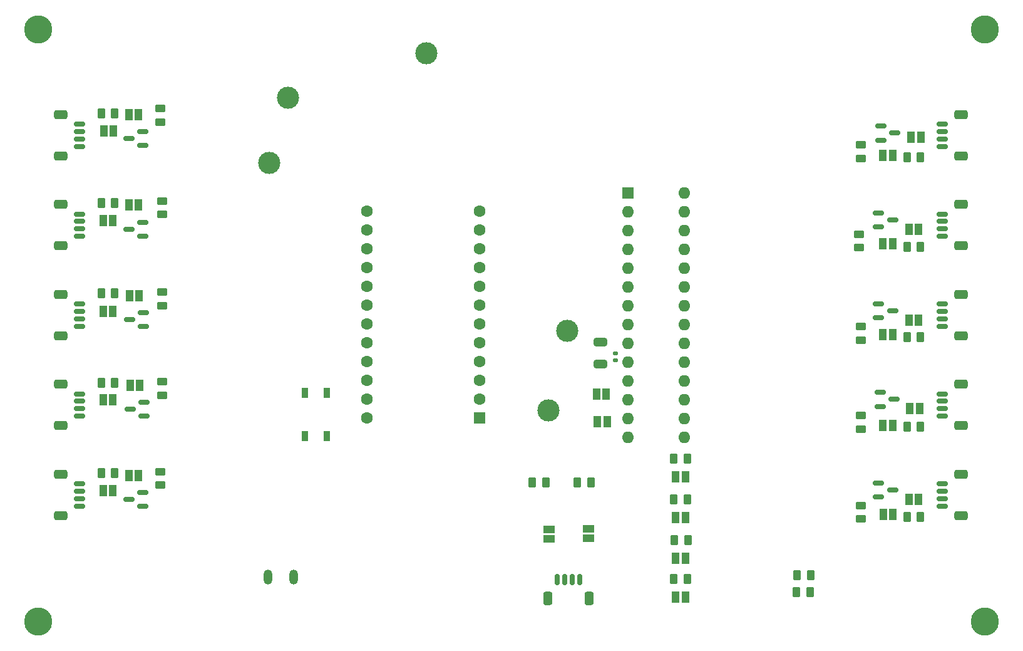
<source format=gbr>
%TF.GenerationSoftware,KiCad,Pcbnew,8.0.1-8.0.1-1~ubuntu22.04.1*%
%TF.CreationDate,2024-05-13T22:21:20+02:00*%
%TF.ProjectId,elec,656c6563-2e6b-4696-9361-645f70636258,v1*%
%TF.SameCoordinates,Original*%
%TF.FileFunction,Soldermask,Top*%
%TF.FilePolarity,Negative*%
%FSLAX46Y46*%
G04 Gerber Fmt 4.6, Leading zero omitted, Abs format (unit mm)*
G04 Created by KiCad (PCBNEW 8.0.1-8.0.1-1~ubuntu22.04.1) date 2024-05-13 22:21:20*
%MOMM*%
%LPD*%
G01*
G04 APERTURE LIST*
G04 Aperture macros list*
%AMRoundRect*
0 Rectangle with rounded corners*
0 $1 Rounding radius*
0 $2 $3 $4 $5 $6 $7 $8 $9 X,Y pos of 4 corners*
0 Add a 4 corners polygon primitive as box body*
4,1,4,$2,$3,$4,$5,$6,$7,$8,$9,$2,$3,0*
0 Add four circle primitives for the rounded corners*
1,1,$1+$1,$2,$3*
1,1,$1+$1,$4,$5*
1,1,$1+$1,$6,$7*
1,1,$1+$1,$8,$9*
0 Add four rect primitives between the rounded corners*
20,1,$1+$1,$2,$3,$4,$5,0*
20,1,$1+$1,$4,$5,$6,$7,0*
20,1,$1+$1,$6,$7,$8,$9,0*
20,1,$1+$1,$8,$9,$2,$3,0*%
G04 Aperture macros list end*
%ADD10RoundRect,0.150000X-0.587500X-0.150000X0.587500X-0.150000X0.587500X0.150000X-0.587500X0.150000X0*%
%ADD11R,1.600000X1.600000*%
%ADD12O,1.600000X1.600000*%
%ADD13C,2.600000*%
%ADD14C,3.800000*%
%ADD15C,3.000000*%
%ADD16R,1.500000X1.000000*%
%ADD17R,1.000000X1.500000*%
%ADD18RoundRect,0.150000X0.625000X-0.150000X0.625000X0.150000X-0.625000X0.150000X-0.625000X-0.150000X0*%
%ADD19RoundRect,0.250000X0.650000X-0.350000X0.650000X0.350000X-0.650000X0.350000X-0.650000X-0.350000X0*%
%ADD20RoundRect,0.150000X-0.625000X0.150000X-0.625000X-0.150000X0.625000X-0.150000X0.625000X0.150000X0*%
%ADD21RoundRect,0.250000X-0.650000X0.350000X-0.650000X-0.350000X0.650000X-0.350000X0.650000X0.350000X0*%
%ADD22RoundRect,0.250000X0.262500X0.450000X-0.262500X0.450000X-0.262500X-0.450000X0.262500X-0.450000X0*%
%ADD23RoundRect,0.250000X-0.450000X0.262500X-0.450000X-0.262500X0.450000X-0.262500X0.450000X0.262500X0*%
%ADD24R,0.900000X1.350000*%
%ADD25RoundRect,0.250000X-0.262500X-0.450000X0.262500X-0.450000X0.262500X0.450000X-0.262500X0.450000X0*%
%ADD26RoundRect,0.150000X0.587500X0.150000X-0.587500X0.150000X-0.587500X-0.150000X0.587500X-0.150000X0*%
%ADD27RoundRect,0.250000X0.450000X-0.262500X0.450000X0.262500X-0.450000X0.262500X-0.450000X-0.262500X0*%
%ADD28RoundRect,0.150000X0.150000X0.625000X-0.150000X0.625000X-0.150000X-0.625000X0.150000X-0.625000X0*%
%ADD29RoundRect,0.250000X0.350000X0.650000X-0.350000X0.650000X-0.350000X-0.650000X0.350000X-0.650000X0*%
%ADD30O,1.200000X2.000000*%
%ADD31RoundRect,0.250000X-0.650000X0.325000X-0.650000X-0.325000X0.650000X-0.325000X0.650000X0.325000X0*%
%ADD32C,1.600000*%
%ADD33RoundRect,0.140000X-0.170000X0.140000X-0.170000X-0.140000X0.170000X-0.140000X0.170000X0.140000X0*%
G04 APERTURE END LIST*
D10*
%TO.C,Q7*%
X136625000Y-46800000D03*
X136625000Y-48700000D03*
X138500000Y-47750000D03*
%TD*%
D11*
%TO.C,U1*%
X102750000Y-44100000D03*
D12*
X102750000Y-46640000D03*
X102750000Y-49180000D03*
X102750000Y-51720000D03*
X102750000Y-54260000D03*
X102750000Y-56800000D03*
X102750000Y-59340000D03*
X102750000Y-61880000D03*
X102750000Y-64420000D03*
X102750000Y-66960000D03*
X102750000Y-69500000D03*
X102750000Y-72040000D03*
X102750000Y-74580000D03*
X102750000Y-77120000D03*
X110370000Y-77120000D03*
X110370000Y-74580000D03*
X110370000Y-72040000D03*
X110370000Y-69500000D03*
X110370000Y-66960000D03*
X110370000Y-64420000D03*
X110370000Y-61880000D03*
X110370000Y-59340000D03*
X110370000Y-56800000D03*
X110370000Y-54260000D03*
X110370000Y-51720000D03*
X110370000Y-49180000D03*
X110370000Y-46640000D03*
X110370000Y-44100000D03*
%TD*%
D13*
%TO.C,REF\u002A\u002A*%
X23000000Y-102000000D03*
D14*
X23000000Y-102000000D03*
%TD*%
D10*
%TO.C,Q10*%
X136625000Y-83300000D03*
X136625000Y-85200000D03*
X138500000Y-84250000D03*
%TD*%
D15*
%TO.C,TP3*%
X75500000Y-25250000D03*
%TD*%
D16*
%TO.C,JP11*%
X92050000Y-90850000D03*
X92050000Y-89550000D03*
%TD*%
D17*
%TO.C,JP12*%
X99800000Y-71250000D03*
X98500000Y-71250000D03*
%TD*%
D18*
%TO.C,J4*%
X28525000Y-49950000D03*
X28525000Y-48950000D03*
X28525000Y-47950000D03*
X28525000Y-46950000D03*
D19*
X26000000Y-51250000D03*
X26000000Y-45650000D03*
%TD*%
D17*
%TO.C,JP34*%
X138550000Y-87500000D03*
X137250000Y-87500000D03*
%TD*%
%TO.C,JP9*%
X109200000Y-82500000D03*
X110500000Y-82500000D03*
%TD*%
D20*
%TO.C,J12*%
X145225000Y-83400000D03*
X145225000Y-84400000D03*
X145225000Y-85400000D03*
X145225000Y-86400000D03*
D21*
X147750000Y-82100000D03*
X147750000Y-87700000D03*
%TD*%
D10*
%TO.C,Q8*%
X136625000Y-59050000D03*
X136625000Y-60950000D03*
X138500000Y-60000000D03*
%TD*%
D22*
%TO.C,R5*%
X127412500Y-95750000D03*
X125587500Y-95750000D03*
%TD*%
D17*
%TO.C,JP14*%
X98600000Y-75000000D03*
X99900000Y-75000000D03*
%TD*%
%TO.C,JP20*%
X35330000Y-58000000D03*
X36630000Y-58000000D03*
%TD*%
%TO.C,JP8*%
X109200000Y-88000000D03*
X110500000Y-88000000D03*
%TD*%
D15*
%TO.C,TP1*%
X56750000Y-31250000D03*
%TD*%
D17*
%TO.C,JP22*%
X35392500Y-70100000D03*
X36692500Y-70100000D03*
%TD*%
%TO.C,JP15*%
X33150000Y-35750000D03*
X31850000Y-35750000D03*
%TD*%
%TO.C,JP10*%
X109200000Y-98750000D03*
X110500000Y-98750000D03*
%TD*%
%TO.C,JP25*%
X141012500Y-36600000D03*
X142312500Y-36600000D03*
%TD*%
D18*
%TO.C,J6*%
X28525000Y-74250000D03*
X28525000Y-73250000D03*
X28525000Y-72250000D03*
X28525000Y-71250000D03*
D19*
X26000000Y-75550000D03*
X26000000Y-69950000D03*
%TD*%
D23*
%TO.C,R27*%
X134250000Y-86337500D03*
X134250000Y-88162500D03*
%TD*%
D17*
%TO.C,JP32*%
X138500000Y-75500000D03*
X137200000Y-75500000D03*
%TD*%
D20*
%TO.C,J10*%
X145225000Y-59100000D03*
X145225000Y-60100000D03*
X145225000Y-61100000D03*
X145225000Y-62100000D03*
D21*
X147750000Y-57800000D03*
X147750000Y-63400000D03*
%TD*%
D24*
%TO.C,SW1*%
X62000000Y-76925000D03*
X62000000Y-71075000D03*
X59000000Y-76925000D03*
X59000000Y-71075000D03*
%TD*%
D25*
%TO.C,R7*%
X89775000Y-83250000D03*
X91600000Y-83250000D03*
%TD*%
D17*
%TO.C,JP16*%
X35250000Y-33500000D03*
X36550000Y-33500000D03*
%TD*%
D25*
%TO.C,R12*%
X31500000Y-45500000D03*
X33325000Y-45500000D03*
%TD*%
D26*
%TO.C,Q3*%
X37187500Y-62150000D03*
X37187500Y-60250000D03*
X35312500Y-61200000D03*
%TD*%
D17*
%TO.C,JP24*%
X35250000Y-82250000D03*
X36550000Y-82250000D03*
%TD*%
D26*
%TO.C,Q5*%
X37125000Y-86450000D03*
X37125000Y-84550000D03*
X35250000Y-85500000D03*
%TD*%
D22*
%TO.C,R3*%
X110750000Y-80000000D03*
X108925000Y-80000000D03*
%TD*%
D15*
%TO.C,TP5*%
X94500000Y-62750000D03*
%TD*%
D17*
%TO.C,JP26*%
X138500000Y-39000000D03*
X137200000Y-39000000D03*
%TD*%
%TO.C,JP33*%
X140750000Y-85500000D03*
X142050000Y-85500000D03*
%TD*%
D22*
%TO.C,R20*%
X142300000Y-39250000D03*
X140475000Y-39250000D03*
%TD*%
D18*
%TO.C,J3*%
X28525000Y-37800000D03*
X28525000Y-36800000D03*
X28525000Y-35800000D03*
X28525000Y-34800000D03*
D19*
X26000000Y-39100000D03*
X26000000Y-33500000D03*
%TD*%
D26*
%TO.C,Q1*%
X37125000Y-37700000D03*
X37125000Y-35800000D03*
X35250000Y-36750000D03*
%TD*%
D22*
%TO.C,R2*%
X110750000Y-85500000D03*
X108925000Y-85500000D03*
%TD*%
%TO.C,R26*%
X142300000Y-75700000D03*
X140475000Y-75700000D03*
%TD*%
D27*
%TO.C,R15*%
X39750000Y-71412500D03*
X39750000Y-69587500D03*
%TD*%
D22*
%TO.C,R22*%
X142300000Y-51400000D03*
X140475000Y-51400000D03*
%TD*%
D13*
%TO.C,REF\u002A\u002A*%
X23000000Y-22000000D03*
D14*
X23000000Y-22000000D03*
%TD*%
D17*
%TO.C,JP18*%
X35250000Y-45750000D03*
X36550000Y-45750000D03*
%TD*%
%TO.C,JP21*%
X33032500Y-72066250D03*
X31732500Y-72066250D03*
%TD*%
%TO.C,JP23*%
X33032500Y-84350000D03*
X31732500Y-84350000D03*
%TD*%
D13*
%TO.C,REF\u002A\u002A*%
X151000000Y-22000000D03*
D14*
X151000000Y-22000000D03*
%TD*%
D17*
%TO.C,JP17*%
X33032500Y-47850000D03*
X31732500Y-47850000D03*
%TD*%
D28*
%TO.C,J2*%
X96200000Y-96325000D03*
X95200000Y-96325000D03*
X94200000Y-96325000D03*
X93200000Y-96325000D03*
D29*
X97500000Y-98850000D03*
X91900000Y-98850000D03*
%TD*%
D18*
%TO.C,J7*%
X28525000Y-86400000D03*
X28525000Y-85400000D03*
X28525000Y-84400000D03*
X28525000Y-83400000D03*
D19*
X26000000Y-87700000D03*
X26000000Y-82100000D03*
%TD*%
D25*
%TO.C,R16*%
X31500000Y-69800000D03*
X33325000Y-69800000D03*
%TD*%
D30*
%TO.C,J1*%
X54000000Y-96000000D03*
X57500000Y-96000000D03*
%TD*%
D10*
%TO.C,Q9*%
X136875000Y-71050000D03*
X136875000Y-72950000D03*
X138750000Y-72000000D03*
%TD*%
D22*
%TO.C,R24*%
X142300000Y-63550000D03*
X140475000Y-63550000D03*
%TD*%
D20*
%TO.C,J9*%
X145225000Y-46950000D03*
X145225000Y-47950000D03*
X145225000Y-48950000D03*
X145225000Y-49950000D03*
D21*
X147750000Y-45650000D03*
X147750000Y-51250000D03*
%TD*%
D17*
%TO.C,JP19*%
X33032500Y-60100000D03*
X31732500Y-60100000D03*
%TD*%
%TO.C,JP28*%
X138500000Y-51000000D03*
X137200000Y-51000000D03*
%TD*%
D10*
%TO.C,Q6*%
X136950000Y-35050000D03*
X136950000Y-36950000D03*
X138825000Y-36000000D03*
%TD*%
D26*
%TO.C,Q4*%
X37250000Y-74250000D03*
X37250000Y-72350000D03*
X35375000Y-73300000D03*
%TD*%
D22*
%TO.C,R1*%
X110825000Y-91000000D03*
X109000000Y-91000000D03*
%TD*%
D31*
%TO.C,C2*%
X99000000Y-64250000D03*
X99000000Y-67200000D03*
%TD*%
D18*
%TO.C,J5*%
X28525000Y-62100000D03*
X28525000Y-61100000D03*
X28525000Y-60100000D03*
X28525000Y-59100000D03*
D19*
X26000000Y-63400000D03*
X26000000Y-57800000D03*
%TD*%
D20*
%TO.C,J11*%
X145225000Y-71250000D03*
X145225000Y-72250000D03*
X145225000Y-73250000D03*
X145225000Y-74250000D03*
D21*
X147750000Y-69950000D03*
X147750000Y-75550000D03*
%TD*%
D27*
%TO.C,R17*%
X39500000Y-83575000D03*
X39500000Y-81750000D03*
%TD*%
D13*
%TO.C,REF\u002A\u002A*%
X151000000Y-102000000D03*
D14*
X151000000Y-102000000D03*
%TD*%
D17*
%TO.C,JP31*%
X140850000Y-73250000D03*
X142150000Y-73250000D03*
%TD*%
D27*
%TO.C,R9*%
X39500000Y-34500000D03*
X39500000Y-32675000D03*
%TD*%
D17*
%TO.C,JP30*%
X138500000Y-63250000D03*
X137200000Y-63250000D03*
%TD*%
D23*
%TO.C,R19*%
X134250000Y-37587500D03*
X134250000Y-39412500D03*
%TD*%
%TO.C,R23*%
X134250000Y-62175000D03*
X134250000Y-64000000D03*
%TD*%
D25*
%TO.C,R4*%
X108925000Y-96250000D03*
X110750000Y-96250000D03*
%TD*%
%TO.C,R14*%
X31500000Y-57650000D03*
X33325000Y-57650000D03*
%TD*%
D23*
%TO.C,R25*%
X134250000Y-74175000D03*
X134250000Y-76000000D03*
%TD*%
D26*
%TO.C,Q2*%
X37125000Y-49950000D03*
X37125000Y-48050000D03*
X35250000Y-49000000D03*
%TD*%
D22*
%TO.C,R6*%
X127325000Y-98000000D03*
X125500000Y-98000000D03*
%TD*%
D15*
%TO.C,TP2*%
X54250000Y-40000000D03*
%TD*%
D23*
%TO.C,R21*%
X134000000Y-49675000D03*
X134000000Y-51500000D03*
%TD*%
D17*
%TO.C,JP7*%
X109200000Y-93500000D03*
X110500000Y-93500000D03*
%TD*%
D27*
%TO.C,R13*%
X39750000Y-59325000D03*
X39750000Y-57500000D03*
%TD*%
D22*
%TO.C,R28*%
X142300000Y-87850000D03*
X140475000Y-87850000D03*
%TD*%
%TO.C,R8*%
X97725000Y-83200000D03*
X95900000Y-83200000D03*
%TD*%
D17*
%TO.C,JP29*%
X140700000Y-61250000D03*
X142000000Y-61250000D03*
%TD*%
D11*
%TO.C,MCU1*%
X82620000Y-74490000D03*
D32*
X82620000Y-71950000D03*
X82620000Y-69410000D03*
X82620000Y-66870000D03*
X82620000Y-64330000D03*
X82620000Y-61790000D03*
X82620000Y-59250000D03*
X82620000Y-56710000D03*
X82620000Y-54170000D03*
X82620000Y-51630000D03*
X82620000Y-49090000D03*
X82620000Y-46550000D03*
X67380000Y-46550000D03*
X67380000Y-49090000D03*
X67380000Y-51630000D03*
X67380000Y-54170000D03*
X67380000Y-56710000D03*
X67380000Y-59250000D03*
X67380000Y-61790000D03*
X67380000Y-64330000D03*
X67380000Y-66870000D03*
X67380000Y-69410000D03*
X67380000Y-71950000D03*
X67380000Y-74490000D03*
%TD*%
D25*
%TO.C,R10*%
X31500000Y-33350000D03*
X33325000Y-33350000D03*
%TD*%
D33*
%TO.C,C1*%
X101000000Y-65790000D03*
X101000000Y-66750000D03*
%TD*%
D17*
%TO.C,JP27*%
X140700000Y-49000000D03*
X142000000Y-49000000D03*
%TD*%
D16*
%TO.C,JP13*%
X97400000Y-90750000D03*
X97400000Y-89450000D03*
%TD*%
D15*
%TO.C,TP4*%
X92000000Y-73500000D03*
%TD*%
D20*
%TO.C,J8*%
X145225000Y-34800000D03*
X145225000Y-35800000D03*
X145225000Y-36800000D03*
X145225000Y-37800000D03*
D21*
X147750000Y-33500000D03*
X147750000Y-39100000D03*
%TD*%
D25*
%TO.C,R18*%
X31500000Y-81950000D03*
X33325000Y-81950000D03*
%TD*%
D27*
%TO.C,R11*%
X39750000Y-47000000D03*
X39750000Y-45175000D03*
%TD*%
M02*

</source>
